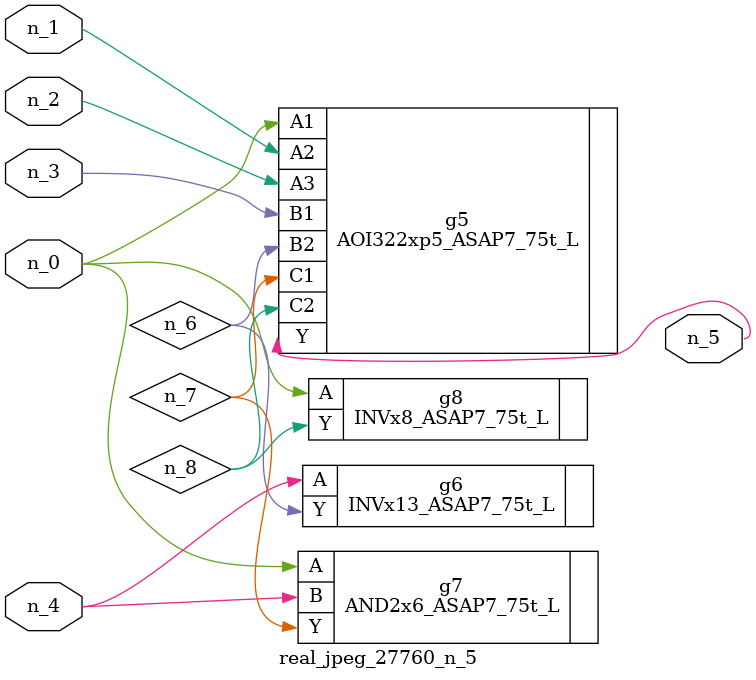
<source format=v>
module real_jpeg_27760_n_5 (n_4, n_0, n_1, n_2, n_3, n_5);

input n_4;
input n_0;
input n_1;
input n_2;
input n_3;

output n_5;

wire n_8;
wire n_6;
wire n_7;

AOI322xp5_ASAP7_75t_L g5 ( 
.A1(n_0),
.A2(n_1),
.A3(n_2),
.B1(n_3),
.B2(n_6),
.C1(n_7),
.C2(n_8),
.Y(n_5)
);

AND2x6_ASAP7_75t_L g7 ( 
.A(n_0),
.B(n_4),
.Y(n_7)
);

INVx8_ASAP7_75t_L g8 ( 
.A(n_0),
.Y(n_8)
);

INVx13_ASAP7_75t_L g6 ( 
.A(n_4),
.Y(n_6)
);


endmodule
</source>
